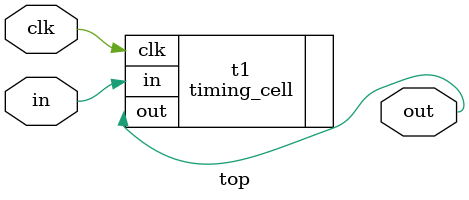
<source format=v>
module top (input in, input clk, output out);

  timing_cell t1 (.in(in), .clk(clk), .out(out));
  
endmodule

</source>
